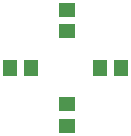
<source format=gbp>
%FSLAX44Y44*%
%MOMM*%
G71*
G01*
G75*
G04 Layer_Color=128*
%ADD10R,0.4064X2.1082*%
%ADD11R,4.1000X2.1082*%
%ADD12R,1.2000X1.4000*%
%ADD13R,1.4500X0.5500*%
%ADD14R,1.3000X1.5000*%
%ADD15R,1.4000X1.2000*%
%ADD16O,0.2500X1.5500*%
%ADD17O,1.5500X0.2500*%
%ADD18R,0.4064X1.3208*%
%ADD19R,1.8000X1.6000*%
%ADD20R,2.0000X1.1000*%
%ADD21R,2.0000X2.0000*%
%ADD22R,1.1000X2.0000*%
%ADD23R,2.1000X3.2000*%
%ADD24R,2.1000X0.9000*%
%ADD25R,1.0000X0.6000*%
%ADD26O,1.7000X0.6000*%
%ADD27C,0.2000*%
%ADD28C,0.5000*%
%ADD29C,0.4000*%
%ADD30C,1.0000*%
%ADD31C,2.5000*%
%ADD32C,2.0000*%
%ADD33R,1.5748X1.5748*%
%ADD34C,1.5748*%
%ADD35C,2.8448*%
%ADD36O,1.5000X2.2000*%
%ADD37O,2.2000X1.5000*%
%ADD38O,0.8500X2.0000*%
%ADD39O,1.0500X1.2500*%
%ADD40R,1.6900X1.6900*%
%ADD41C,1.6900*%
%ADD42C,4.7600*%
%ADD43O,0.8000X1.4220*%
%ADD44C,1.5000*%
%ADD45O,2.0000X4.5000*%
%ADD46O,4.5000X2.0000*%
%ADD47C,4.8000*%
%ADD48C,0.4000*%
%ADD49C,0.5500*%
%ADD50C,0.2540*%
%ADD51C,0.6000*%
%ADD52C,0.2500*%
%ADD53C,0.2032*%
%ADD54C,0.1000*%
%ADD55C,0.0254*%
%ADD56C,0.1500*%
%ADD57C,0.1270*%
%ADD58R,9.1186X0.3810*%
%ADD59R,0.6350X0.6350*%
%ADD60R,0.6064X2.3082*%
%ADD61R,4.3000X2.3082*%
%ADD62R,1.4000X1.6000*%
%ADD63R,1.6500X0.7500*%
%ADD64R,1.5000X1.7000*%
%ADD65R,1.6000X1.4000*%
%ADD66O,0.4500X1.7500*%
%ADD67O,1.7500X0.4500*%
%ADD68R,0.6064X1.5208*%
%ADD69R,2.0000X1.8000*%
%ADD70R,2.2000X1.3000*%
%ADD71R,2.2000X2.2000*%
%ADD72R,1.3000X2.2000*%
%ADD73R,2.3000X3.4000*%
%ADD74R,2.3000X1.1000*%
%ADD75R,1.2000X0.8000*%
%ADD76O,1.9000X0.8000*%
%ADD77C,2.7000*%
%ADD78C,2.2000*%
%ADD79R,1.7748X1.7748*%
%ADD80C,1.7748*%
%ADD81C,3.0448*%
%ADD82C,0.2000*%
%ADD83O,1.7000X2.4000*%
%ADD84O,2.4000X1.7000*%
%ADD85O,1.0500X2.2000*%
%ADD86O,1.2500X1.4500*%
%ADD87R,1.8900X1.8900*%
%ADD88C,1.8900*%
%ADD89C,4.9600*%
%ADD90O,1.0000X1.6220*%
%ADD91C,1.7000*%
%ADD92O,2.2000X4.7000*%
%ADD93O,4.7000X2.2000*%
%ADD94C,5.0000*%
%ADD95C,0.6000*%
%ADD96C,0.7500*%
D12*
X4004000Y2038000D02*
D03*
X3986000D02*
D03*
X4062000Y2038000D02*
D03*
X4080000D02*
D03*
D15*
X4034000Y2069000D02*
D03*
Y2087000D02*
D03*
X4034000Y2007000D02*
D03*
Y1989000D02*
D03*
M02*

</source>
